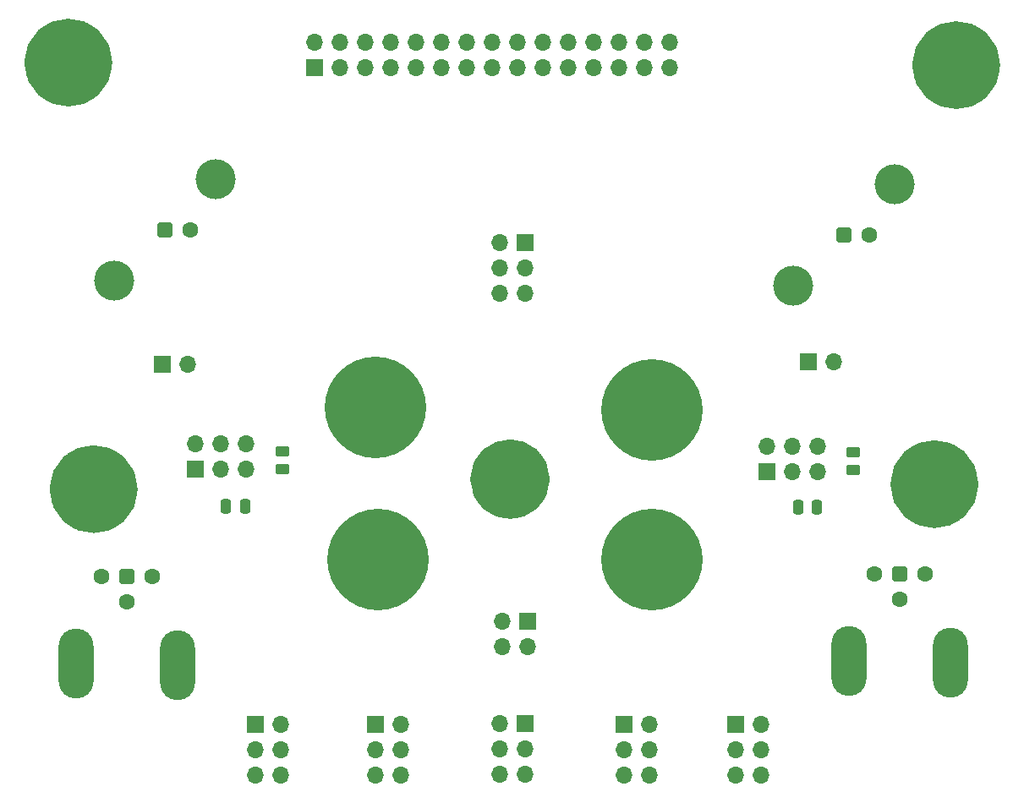
<source format=gts>
%TF.GenerationSoftware,KiCad,Pcbnew,8.0.7*%
%TF.CreationDate,2024-12-31T21:00:06-05:00*%
%TF.ProjectId,Digilent_AD_Breakout,44696769-6c65-46e7-945f-41445f427265,rev?*%
%TF.SameCoordinates,Original*%
%TF.FileFunction,Soldermask,Top*%
%TF.FilePolarity,Negative*%
%FSLAX46Y46*%
G04 Gerber Fmt 4.6, Leading zero omitted, Abs format (unit mm)*
G04 Created by KiCad (PCBNEW 8.0.7) date 2024-12-31 21:00:06*
%MOMM*%
%LPD*%
G01*
G04 APERTURE LIST*
G04 Aperture macros list*
%AMRoundRect*
0 Rectangle with rounded corners*
0 $1 Rounding radius*
0 $2 $3 $4 $5 $6 $7 $8 $9 X,Y pos of 4 corners*
0 Add a 4 corners polygon primitive as box body*
4,1,4,$2,$3,$4,$5,$6,$7,$8,$9,$2,$3,0*
0 Add four circle primitives for the rounded corners*
1,1,$1+$1,$2,$3*
1,1,$1+$1,$4,$5*
1,1,$1+$1,$6,$7*
1,1,$1+$1,$8,$9*
0 Add four rect primitives between the rounded corners*
20,1,$1+$1,$2,$3,$4,$5,0*
20,1,$1+$1,$4,$5,$6,$7,0*
20,1,$1+$1,$6,$7,$8,$9,0*
20,1,$1+$1,$8,$9,$2,$3,0*%
G04 Aperture macros list end*
%ADD10C,4.400464*%
%ADD11C,3.980125*%
%ADD12RoundRect,0.250000X0.450000X-0.262500X0.450000X0.262500X-0.450000X0.262500X-0.450000X-0.262500X0*%
%ADD13R,1.700000X1.700000*%
%ADD14O,1.700000X1.700000*%
%ADD15C,10.160000*%
%ADD16C,1.600000*%
%ADD17RoundRect,0.400000X0.400000X0.400000X-0.400000X0.400000X-0.400000X-0.400000X0.400000X-0.400000X0*%
%ADD18O,3.500000X7.000000*%
%ADD19C,4.000000*%
%ADD20RoundRect,0.250000X0.250000X0.475000X-0.250000X0.475000X-0.250000X-0.475000X0.250000X-0.475000X0*%
%ADD21RoundRect,0.250000X-0.450000X0.262500X-0.450000X-0.262500X0.450000X-0.262500X0.450000X0.262500X0*%
G04 APERTURE END LIST*
D10*
X108880232Y-18026536D02*
G75*
G02*
X104479768Y-18026536I-2200232J0D01*
G01*
X104479768Y-18026536D02*
G75*
G02*
X108880232Y-18026536I2200232J0D01*
G01*
D11*
X63990062Y-59500000D02*
G75*
G02*
X60009938Y-59500000I-1990062J0D01*
G01*
X60009938Y-59500000D02*
G75*
G02*
X63990062Y-59500000I1990062J0D01*
G01*
D10*
X19980232Y-17772536D02*
G75*
G02*
X15579768Y-17772536I-2200232J0D01*
G01*
X15579768Y-17772536D02*
G75*
G02*
X19980232Y-17772536I2200232J0D01*
G01*
X22515232Y-60500000D02*
G75*
G02*
X18114768Y-60500000I-2200232J0D01*
G01*
X18114768Y-60500000D02*
G75*
G02*
X22515232Y-60500000I2200232J0D01*
G01*
X106700232Y-60000000D02*
G75*
G02*
X102299768Y-60000000I-2200232J0D01*
G01*
X102299768Y-60000000D02*
G75*
G02*
X106700232Y-60000000I2200232J0D01*
G01*
D12*
%TO.C,R2*%
X96380000Y-58609964D03*
X96380000Y-56784964D03*
%TD*%
D13*
%TO.C,J14*%
X48509000Y-84089000D03*
D14*
X51049000Y-84089000D03*
X48509000Y-86629000D03*
X51049000Y-86629000D03*
X48509000Y-89169000D03*
X51049000Y-89169000D03*
%TD*%
D15*
%TO.C,J18*%
X48768000Y-67564000D03*
%TD*%
D14*
%TO.C,J11*%
X60980000Y-89049000D03*
X63520000Y-89049000D03*
X60980000Y-86509000D03*
X63520000Y-86509000D03*
X60980000Y-83969000D03*
D13*
X63520000Y-83969000D03*
%TD*%
D15*
%TO.C,J19*%
X76200000Y-67564000D03*
%TD*%
D16*
%TO.C,J2*%
X21082000Y-69210000D03*
X23622000Y-71750000D03*
X26162000Y-69210000D03*
D17*
X23622000Y-69210000D03*
D18*
X18542000Y-78000000D03*
X28702000Y-78100000D03*
%TD*%
D13*
%TO.C,J4*%
X30460000Y-58500000D03*
D14*
X30460000Y-55960000D03*
X33000000Y-58500000D03*
X33000000Y-55960000D03*
X35540000Y-58500000D03*
X35540000Y-55960000D03*
%TD*%
D13*
%TO.C,J5*%
X87759000Y-58718464D03*
D14*
X87759000Y-56178464D03*
X90299000Y-58718464D03*
X90299000Y-56178464D03*
X92839000Y-58718464D03*
X92839000Y-56178464D03*
%TD*%
D15*
%TO.C,J17*%
X48514000Y-52324000D03*
%TD*%
D16*
%TO.C,J8*%
X30000000Y-34500000D03*
D17*
X27460000Y-34500000D03*
D19*
X32540000Y-29420000D03*
X22380000Y-39580000D03*
%TD*%
D20*
%TO.C,C1*%
X35474000Y-62183000D03*
X33574000Y-62183000D03*
%TD*%
D21*
%TO.C,R1*%
X39223000Y-56698500D03*
X39223000Y-58523500D03*
%TD*%
D16*
%TO.C,J3*%
X98460000Y-68950000D03*
X101000000Y-71490000D03*
X103540000Y-68950000D03*
D17*
X101000000Y-68950000D03*
D18*
X95920000Y-77740000D03*
X106080000Y-77840000D03*
%TD*%
D16*
%TO.C,J9*%
X98000000Y-35000000D03*
D17*
X95460000Y-35000000D03*
D19*
X100540000Y-29920000D03*
X90380000Y-40080000D03*
%TD*%
D13*
%TO.C,J16*%
X73406000Y-84074000D03*
D14*
X75946000Y-84074000D03*
X73406000Y-86614000D03*
X75946000Y-86614000D03*
X73406000Y-89154000D03*
X75946000Y-89154000D03*
%TD*%
%TO.C,J12*%
X94439000Y-47698000D03*
D13*
X91899000Y-47698000D03*
%TD*%
D15*
%TO.C,J20*%
X76200000Y-52578000D03*
%TD*%
D13*
%TO.C,J10*%
X27225000Y-48000000D03*
D14*
X29765000Y-48000000D03*
%TD*%
%TO.C,J7*%
X87117000Y-89169000D03*
X84577000Y-89169000D03*
X87117000Y-86629000D03*
X84577000Y-86629000D03*
X87117000Y-84089000D03*
D13*
X84577000Y-84089000D03*
%TD*%
D20*
%TO.C,C2*%
X92758000Y-62269464D03*
X90858000Y-62269464D03*
%TD*%
D13*
%TO.C,J15*%
X63775000Y-73725000D03*
D14*
X63775000Y-76265000D03*
X61235000Y-73725000D03*
X61235000Y-76265000D03*
%TD*%
%TO.C,J6*%
X39040000Y-89169000D03*
X36500000Y-89169000D03*
X39040000Y-86629000D03*
X36500000Y-86629000D03*
X39040000Y-84089000D03*
D13*
X36500000Y-84089000D03*
%TD*%
%TO.C,J13*%
X63520000Y-35829000D03*
D14*
X60980000Y-35829000D03*
X63520000Y-38369000D03*
X60980000Y-38369000D03*
X63520000Y-40909000D03*
X60980000Y-40909000D03*
%TD*%
D13*
%TO.C,J1*%
X42418000Y-18288000D03*
D14*
X42418000Y-15748000D03*
X44958000Y-18288000D03*
X44958000Y-15748000D03*
X47498000Y-18288000D03*
X47498000Y-15748000D03*
X50038000Y-18288000D03*
X50038000Y-15748000D03*
X52578000Y-18288000D03*
X52578000Y-15748000D03*
X55118000Y-18288000D03*
X55118000Y-15748000D03*
X57658000Y-18288000D03*
X57658000Y-15748000D03*
X60198000Y-18288000D03*
X60198000Y-15748000D03*
X62738000Y-18288000D03*
X62738000Y-15748000D03*
X65278000Y-18288000D03*
X65278000Y-15748000D03*
X67818000Y-18288000D03*
X67818000Y-15748000D03*
X70358000Y-18288000D03*
X70358000Y-15748000D03*
X72898000Y-18288000D03*
X72898000Y-15748000D03*
X75438000Y-18288000D03*
X75438000Y-15748000D03*
X77978000Y-18288000D03*
X77978000Y-15748000D03*
%TD*%
M02*

</source>
